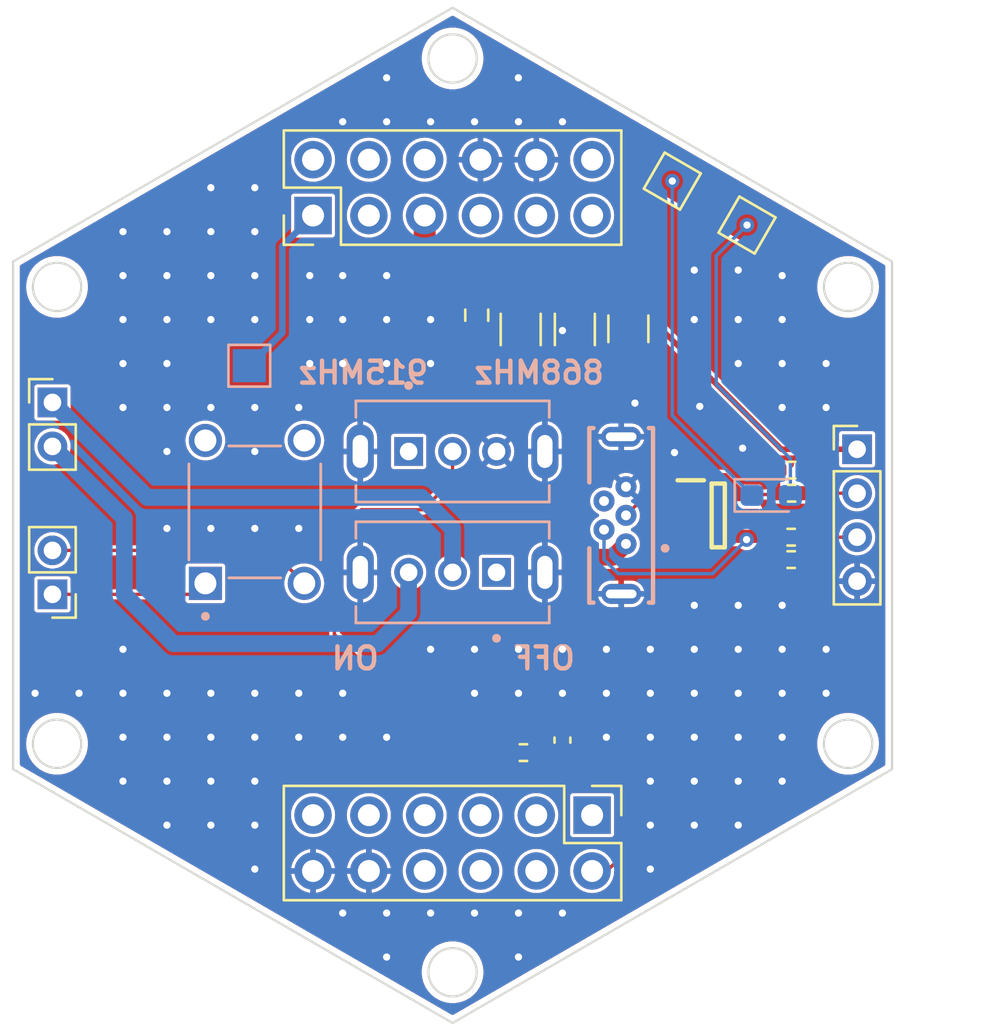
<source format=kicad_pcb>
(kicad_pcb (version 20221018) (generator pcbnew)
  (layers (0 "F.Cu" signal) (31 "B.Cu" signal) (34 "B.Paste" user) (35 "F.Paste" user) (36 "B.SilkS" user "B.Silkscreen") (37 "F.SilkS" user "F.Silkscreen") (38 "B.Mask" user) (39 "F.Mask" user) (44 "Edge.Cuts" user))
  (net 0 "")
  (net 1 "GND")
  (net 2 "/A2")
  (net 3 "+5V")
  (net 4 "/VBAT")
  (net 5 "/SDA")
  (net 6 "/SCL")
  (net 7 "/MOSI")
  (net 8 "/A3")
  (net 9 "/MISO")
  (net 10 "/D8")
  (net 11 "/SCK")
  (net 12 "/D2")
  (net 13 "/D4")
  (net 14 "/RXD")
  (net 15 "/A4")
  (net 16 "/D3")
  (net 17 "/D1")
  (net 18 "/D10")
  (net 19 "/USB+")
  (net 20 "/USB-")
  (net 21 "/A5")
  (net 22 "/D12")
  (net 23 "Net-(J4-Pin_1)")
  (net 24 "Net-(J4-Pin_2)")
  (net 25 "Net-(J5-Pin_1)")
  (net 26 "Net-(J5-Pin_2)")
  (net 27 "/TXD")
  (net 28 "Net-(J6-Pin_2)")
  (net 29 "Net-(J6-Pin_3)")
  (net 30 "Net-(J3-VCC)")
  (net 38 "/LORA_FREQ_SELECT")
  (net 39 "Net-(D1-K)")
  (net 40 "Net-(D1-A)")
  (footprint "Fuse:Fuse_1206_3216Metric_Pad1.42x1.75mm_HandSolder" (layer "F.Cu") (at 158.16 91.618621 -90)
    (fp_text reference "F1" hide)
    (fp_text value "Fuse_Small")
    (fp_line (start -0.602064 -0.91) (end 0.602064 -0.91) (stroke (width 0.12)) (layer "F.SilkS"))
    (fp_line (start -0.602064 0.91) (end 0.602064 0.91) (stroke (width 0.12)) (layer "F.SilkS"))
    (pad "1" smd roundrect (at -1.4875 0 270) (size 1.425 1.75) (layers "F.Cu" "F.Paste" "F.Mask") (roundrect_rratio 0.175439) (net 3 "+5V"))
    (pad "2" smd roundrect (at 1.4875 0 270) (size 1.425 1.75) (layers "F.Cu" "F.Paste" "F.Mask") (roundrect_rratio 0.175439) (net 30 "Net-(J3-VCC)"))
  )
  (footprint "Resistor_SMD:R_0402_1005Metric_Pad0.72x0.64mm_HandSolder" (layer "F.Cu") (at 165.5925 98.048621 180)
    (fp_text reference "R15" hide)
    (fp_text value "15K")
    (fp_line (start -0.167621 -0.38) (end 0.167621 -0.38) (stroke (width 0.12)) (layer "F.SilkS"))
    (fp_line (start -0.167621 0.38) (end 0.167621 0.38) (stroke (width 0.12)) (layer "F.SilkS"))
    (pad "1" smd roundrect (at -0.5975 0 180) (size 0.715 0.64) (layers "F.Cu" "F.Paste" "F.Mask") (net 1 "GND"))
    (pad "2" smd roundrect (at 0.5975 0 180) (size 0.715 0.64) (layers "F.Cu" "F.Paste" "F.Mask") (net 19 "/USB+"))
  )
  (footprint "TestPoint:TestPoint_Pad_1.5x1.5mm" (layer "F.Cu") (at 163.56 86.898621 150)
    (fp_text reference "TP3" hide)
    (fp_text value "TestPoint")
    (fp_line (start -0.95 -0.95) (end 0.95 -0.95) (stroke (width 0.12)) (layer "F.SilkS"))
    (fp_line (start -0.95 0.95) (end -0.95 -0.95) (stroke (width 0.12)) (layer "F.SilkS"))
    (fp_line (start 0.95 -0.95) (end 0.95 0.95) (stroke (width 0.12)) (layer "F.SilkS"))
    (fp_line (start 0.95 0.95) (end -0.95 0.95) (stroke (width 0.12)) (layer "F.SilkS"))
    (pad "1" smd rect (at 0 0 150) (size 1.5 1.5) (layers "F.Cu" "F.Mask") (net 40 "Net-(D1-A)"))
  )
  (footprint "Connector_PinHeader_2.54mm:PinHeader_2x06_P2.54mm_Vertical" (layer "F.Cu") (at 143.81 86.465599 90)
    (fp_text reference "J1" hide)
    (fp_text value "Conn_02x06_Odd_Even" hide)
    (fp_line (start -1.33 -1.33) (end 0 -1.33) (stroke (width 0.12)) (layer "F.SilkS"))
    (fp_line (start -1.33 0) (end -1.33 -1.33) (stroke (width 0.12)) (layer "F.SilkS"))
    (fp_line (start -1.33 1.27) (end -1.33 14.03) (stroke (width 0.12)) (layer "F.SilkS"))
    (fp_line (start -1.33 1.27) (end 1.27 1.27) (stroke (width 0.12)) (layer "F.SilkS"))
    (fp_line (start -1.33 14.03) (end 3.87 14.03) (stroke (width 0.12)) (layer "F.SilkS"))
    (fp_line (start 1.27 -1.33) (end 3.87 -1.33) (stroke (width 0.12)) (layer "F.SilkS"))
    (fp_line (start 1.27 1.27) (end 1.27 -1.33) (stroke (width 0.12)) (layer "F.SilkS"))
    (fp_line (start 3.87 -1.33) (end 3.87 14.03) (stroke (width 0.12)) (layer "F.SilkS"))
    (pad "1" thru_hole rect (at 0 0 90) (size 1.7 1.7) (drill 1) (layers "*.Cu" "*.Mask") (net 4 "/VBAT"))
    (pad "2" thru_hole oval (at 2.54 0 90) (size 1.7 1.7) (drill 1) (layers "*.Cu" "*.Mask") (net 10 "/D8"))
    (pad "3" thru_hole oval (at 0 2.54 90) (size 1.7 1.7) (drill 1) (layers "*.Cu" "*.Mask") (net 21 "/A5"))
    (pad "4" thru_hole oval (at 2.54 2.54 90) (size 1.7 1.7) (drill 1) (layers "*.Cu" "*.Mask") (net 8 "/A3"))
    (pad "5" thru_hole oval (at 0 5.08 90) (size 1.7 1.7) (drill 1) (layers "*.Cu" "*.Mask") (net 3 "+5V"))
    (pad "6" thru_hole oval (at 2.54 5.08 90) (size 1.7 1.7) (drill 1) (layers "*.Cu" "*.Mask") (net 2 "/A2"))
    (pad "7" thru_hole oval (at 0 7.62 90) (size 1.7 1.7) (drill 1) (layers "*.Cu" "*.Mask") (net 14 "/RXD"))
    (pad "8" thru_hole oval (at 2.54 7.62 90) (size 1.7 1.7) (drill 1) (layers "*.Cu" "*.Mask") (net 1 "GND"))
    (pad "9" thru_hole oval (at 0 10.16 90) (size 1.7 1.7) (drill 1) (layers "*.Cu" "*.Mask") (net 27 "/TXD"))
    (pad "10" thru_hole oval (at 2.54 10.16 90) (size 1.7 1.7) (drill 1) (layers "*.Cu" "*.Mask") (net 1 "GND"))
    (pad "11" thru_hole oval (at 0 12.7 90) (size 1.7 1.7) (drill 1) (layers "*.Cu" "*.Mask") (net 5 "/SDA"))
    (pad "12" thru_hole oval (at 2.54 12.7 90) (size 1.7 1.7) (drill 1) (layers "*.Cu" "*.Mask") (net 6 "/SCL"))
  )
  (footprint "Resistor_SMD:R_0402_1005Metric_Pad0.72x0.64mm_HandSolder" (layer "F.Cu") (at 165.57 102.118621 180)
    (fp_text reference "R14" hide)
    (fp_text value "15K")
    (fp_line (start -0.167621 -0.38) (end 0.167621 -0.38) (stroke (width 0.12)) (layer "F.SilkS"))
    (fp_line (start -0.167621 0.38) (end 0.167621 0.38) (stroke (width 0.12)) (layer "F.SilkS"))
    (pad "1" smd roundrect (at -0.5975 0 180) (size 0.715 0.64) (layers "F.Cu" "F.Paste" "F.Mask") (net 1 "GND"))
    (pad "2" smd roundrect (at 0.5975 0 180) (size 0.715 0.64) (layers "F.Cu" "F.Paste" "F.Mask") (net 20 "/USB-"))
  )
  (footprint "Resistor_SMD:R_0402_1005Metric_Pad0.72x0.64mm_HandSolder" (layer "F.Cu") (at 165.57 101.098621)
    (fp_text reference "R2" hide)
    (fp_text value "27")
    (fp_line (start -0.167621 -0.38) (end 0.167621 -0.38) (stroke (width 0.12)) (layer "F.SilkS"))
    (fp_line (start -0.167621 0.38) (end 0.167621 0.38) (stroke (width 0.12)) (layer "F.SilkS"))
    (pad "1" smd roundrect (at -0.5975 0) (size 0.715 0.64) (layers "F.Cu" "F.Paste" "F.Mask") (net 20 "/USB-"))
    (pad "2" smd roundrect (at 0.5975 0) (size 0.715 0.64) (layers "F.Cu" "F.Paste" "F.Mask") (net 29 "Net-(J6-Pin_3)"))
  )
  (footprint "Connector_PinHeader_2.54mm:PinHeader_2x06_P2.54mm_Vertical" (layer "F.Cu") (at 156.51 113.743621 -90)
    (fp_text reference "J2" hide)
    (fp_text value "Conn_02x06_Odd_Even" hide)
    (fp_line (start -1.33 -1.33) (end 0 -1.33) (stroke (width 0.12)) (layer "F.SilkS"))
    (fp_line (start -1.33 0) (end -1.33 -1.33) (stroke (width 0.12)) (layer "F.SilkS"))
    (fp_line (start -1.33 1.27) (end -1.33 14.03) (stroke (width 0.12)) (layer "F.SilkS"))
    (fp_line (start -1.33 1.27) (end 1.27 1.27) (stroke (width 0.12)) (layer "F.SilkS"))
    (fp_line (start -1.33 14.03) (end 3.87 14.03) (stroke (width 0.12)) (layer "F.SilkS"))
    (fp_line (start 1.27 -1.33) (end 3.87 -1.33) (stroke (width 0.12)) (layer "F.SilkS"))
    (fp_line (start 1.27 1.27) (end 1.27 -1.33) (stroke (width 0.12)) (layer "F.SilkS"))
    (fp_line (start 3.87 -1.33) (end 3.87 14.03) (stroke (width 0.12)) (layer "F.SilkS"))
    (pad "1" thru_hole rect (at 0 0 270) (size 1.7 1.7) (drill 1) (layers "*.Cu" "*.Mask") (net 22 "/D12"))
    (pad "2" thru_hole oval (at 2.54 0 270) (size 1.7 1.7) (drill 1) (layers "*.Cu" "*.Mask") (net 18 "/D10"))
    (pad "3" thru_hole oval (at 0 2.54 270) (size 1.7 1.7) (drill 1) (layers "*.Cu" "*.Mask") (net 7 "/MOSI"))
    (pad "4" thru_hole oval (at 2.54 2.54 270) (size 1.7 1.7) (drill 1) (layers "*.Cu" "*.Mask") (net 17 "/D1"))
    (pad "5" thru_hole oval (at 0 5.08 270) (size 1.7 1.7) (drill 1) (layers "*.Cu" "*.Mask") (net 11 "/SCK"))
    (pad "6" thru_hole oval (at 2.54 5.08 270) (size 1.7 1.7) (drill 1) (layers "*.Cu" "*.Mask") (net 16 "/D3"))
    (pad "7" thru_hole oval (at 0 7.62 270) (size 1.7 1.7) (drill 1) (layers "*.Cu" "*.Mask") (net 12 "/D2"))
    (pad "8" thru_hole oval (at 2.54 7.62 270) (size 1.7 1.7) (drill 1) (layers "*.Cu" "*.Mask") (net 15 "/A4"))
    (pad "9" thru_hole oval (at 0 10.16 270) (size 1.7 1.7) (drill 1) (layers "*.Cu" "*.Mask") (net 9 "/MISO"))
    (pad "10" thru_hole oval (at 2.54 10.16 270) (size 1.7 1.7) (drill 1) (layers "*.Cu" "*.Mask") (net 1 "GND"))
    (pad "11" thru_hole oval (at 0 12.7 270) (size 1.7 1.7) (drill 1) (layers "*.Cu" "*.Mask") (net 13 "/D4"))
    (pad "12" thru_hole oval (at 2.54 12.7 270) (size 1.7 1.7) (drill 1) (layers "*.Cu" "*.Mask") (net 1 "GND"))
  )
  (footprint "Capacitor_SMD:C_1206_3216Metric_Pad1.33x1.80mm_HandSolder" (layer "F.Cu") (at 153.26 91.648621 -90)
    (fp_text reference "C3" hide)
    (fp_text value "10uF")
    (fp_line (start -0.711252 -0.91) (end 0.711252 -0.91) (stroke (width 0.12)) (layer "F.SilkS"))
    (fp_line (start -0.711252 0.91) (end 0.711252 0.91) (stroke (width 0.12)) (layer "F.SilkS"))
    (pad "1" smd roundrect (at -1.5625 0 270) (size 1.325 1.8) (layers "F.Cu" "F.Paste" "F.Mask") (roundrect_rratio 0.188679) (net 3 "+5V"))
    (pad "2" smd roundrect (at 1.5625 0 270) (size 1.325 1.8) (layers "F.Cu" "F.Paste" "F.Mask") (roundrect_rratio 0.188679) (net 1 "GND"))
  )
  (footprint "Resistor_SMD:R_0603_1608Metric_Pad0.98x0.95mm_HandSolder" (layer "F.Cu") (at 151.26 90.998621 90)
    (fp_text reference "R4" hide)
    (fp_text value "1M")
    (fp_line (start -0.254724 -0.5225) (end 0.254724 -0.5225) (stroke (width 0.12)) (layer "F.SilkS"))
    (fp_line (start -0.254724 0.5225) (end 0.254724 0.5225) (stroke (width 0.12)) (layer "F.SilkS"))
    (pad "1" smd roundrect (at -0.9125 0 90) (size 0.975 0.95) (layers "F.Cu" "F.Paste" "F.Mask") (net 1 "GND"))
    (pad "2" smd roundrect (at 0.9125 0 90) (size 0.975 0.95) (layers "F.Cu" "F.Paste" "F.Mask") (net 3 "+5V"))
  )
  (footprint "Connector_PinHeader_2.00mm:PinHeader_1x02_P2.00mm_Vertical" (layer "F.Cu") (at 131.95 103.698621 180)
    (fp_text reference "J4" hide)
    (fp_text value "RESET")
    (fp_line (start -1.06 -1.06) (end 0 -1.06) (stroke (width 0.12)) (layer "F.SilkS"))
    (fp_line (start -1.06 0) (end -1.06 -1.06) (stroke (width 0.12)) (layer "F.SilkS"))
    (fp_line (start -1.06 1) (end -1.06 3.06) (stroke (width 0.12)) (layer "F.SilkS"))
    (fp_line (start -1.06 1) (end 1.06 1) (stroke (width 0.12)) (layer "F.SilkS"))
    (fp_line (start -1.06 3.06) (end 1.06 3.06) (stroke (width 0.12)) (layer "F.SilkS"))
    (fp_line (start 1.06 1) (end 1.06 3.06) (stroke (width 0.12)) (layer "F.SilkS"))
    (pad "1" thru_hole rect (at 0 0 180) (size 1.35 1.35) (drill 0.8) (layers "*.Cu" "*.Mask") (net 23 "Net-(J4-Pin_1)"))
    (pad "2" thru_hole oval (at 0 2 180) (size 1.35 1.35) (drill 0.8) (layers "*.Cu" "*.Mask") (net 24 "Net-(J4-Pin_2)"))
  )
  (footprint "TestPoint:TestPoint_Pad_1.5x1.5mm" (layer "F.Cu") (at 160.16 84.898621 150)
    (fp_text reference "TP2" hide)
    (fp_text value "TestPoint")
    (fp_line (start -0.95 -0.95) (end 0.95 -0.95) (stroke (width 0.12)) (layer "F.SilkS"))
    (fp_line (start -0.95 0.95) (end -0.95 -0.95) (stroke (width 0.12)) (layer "F.SilkS"))
    (fp_line (start 0.95 -0.95) (end 0.95 0.95) (stroke (width 0.12)) (layer "F.SilkS"))
    (fp_line (start 0.95 0.95) (end -0.95 0.95) (stroke (width 0.12)) (layer "F.SilkS"))
    (pad "1" smd rect (at 0 0 150) (size 1.5 1.5) (layers "F.Cu" "F.Mask") (net 39 "Net-(D1-K)"))
  )
  (footprint "Capacitor_SMD:C_0402_1005Metric_Pad0.74x0.62mm_HandSolder" (layer "F.Cu") (at 155.16 110.331121 90)
    (fp_text reference "C4" hide)
    (fp_text value "0.1uF")
    (fp_line (start -0.115835 -0.36) (end 0.115835 -0.36) (stroke (width 0.12)) (layer "F.SilkS"))
    (fp_line (start -0.115835 0.36) (end 0.115835 0.36) (stroke (width 0.12)) (layer "F.SilkS"))
    (pad "1" smd roundrect (at -0.5675 0 90) (size 0.735 0.62) (layers "F.Cu" "F.Paste" "F.Mask") (net 18 "/D10"))
    (pad "2" smd roundrect (at 0.5675 0 90) (size 0.735 0.62) (layers "F.Cu" "F.Paste" "F.Mask") (net 1 "GND"))
  )
  (footprint "Resistor_SMD:R_0402_1005Metric_Pad0.72x0.64mm_HandSolder" (layer "F.Cu") (at 153.385 110.898621 180)
    (fp_text reference "R3" hide)
    (fp_text value "330")
    (fp_line (start -0.167621 -0.38) (end 0.167621 -0.38) (stroke (width 0.12)) (layer "F.SilkS"))
    (fp_line (start -0.167621 0.38) (end 0.167621 0.38) (stroke (width 0.12)) (layer "F.SilkS"))
    (pad "1" smd roundrect (at -0.5975 0 180) (size 0.715 0.64) (layers "F.Cu" "F.Paste" "F.Mask") (net 18 "/D10"))
    (pad "2" smd roundrect (at 0.5975 0 180) (size 0.715 0.64) (layers "F.Cu" "F.Paste" "F.Mask") (net 38 "/LORA_FREQ_SELECT"))
  )
  (footprint "Resistor_SMD:R_0402_1005Metric_Pad0.72x0.64mm_HandSolder" (layer "F.Cu") (at 165.5925 99.098621)
    (fp_text reference "R1" hide)
    (fp_text value "27")
    (fp_line (start -0.167621 -0.38) (end 0.167621 -0.38) (stroke (width 0.12)) (layer "F.SilkS"))
    (fp_line (start -0.167621 0.38) (end 0.167621 0.38) (stroke (width 0.12)) (layer "F.SilkS"))
    (pad "1" smd roundrect (at -0.5975 0) (size 0.715 0.64) (layers "F.Cu" "F.Paste" "F.Mask") (net 19 "/USB+"))
    (pad "2" smd roundrect (at 0.5975 0) (size 0.715 0.64) (layers "F.Cu" "F.Paste" "F.Mask") (net 28 "Net-(J6-Pin_2)"))
  )
  (footprint "Connector_PinHeader_2.00mm:PinHeader_1x04_P2.00mm_Vertical" (layer "F.Cu") (at 168.57 97.098621)
    (fp_text reference "J6" hide)
    (fp_text value "Conn_01x04_Pin")
    (fp_line (start -1.06 -1.06) (end 0 -1.06) (stroke (width 0.12)) (layer "F.SilkS"))
    (fp_line (start -1.06 0) (end -1.06 -1.06) (stroke (width 0.12)) (layer "F.SilkS"))
    (fp_line (start -1.06 1) (end -1.06 7.06) (stroke (width 0.12)) (layer "F.SilkS"))
    (fp_line (start -1.06 1) (end 1.06 1) (stroke (width 0.12)) (layer "F.SilkS"))
    (fp_line (start -1.06 7.06) (end 1.06 7.06) (stroke (width 0.12)) (layer "F.SilkS"))
    (fp_line (start 1.06 1) (end 1.06 7.06) (stroke (width 0.12)) (layer "F.SilkS"))
    (pad "1" thru_hole rect (at 0 0) (size 1.35 1.35) (drill 0.8) (layers "*.Cu" "*.Mask") (net 3 "+5V"))
    (pad "2" thru_hole oval (at 0 2) (size 1.35 1.35) (drill 0.8) (layers "*.Cu" "*.Mask") (net 28 "Net-(J6-Pin_2)"))
    (pad "3" thru_hole oval (at 0 4) (size 1.35 1.35) (drill 0.8) (layers "*.Cu" "*.Mask") (net 29 "Net-(J6-Pin_3)"))
    (pad "4" thru_hole oval (at 0 6) (size 1.35 1.35) (drill 0.8) (layers "*.Cu" "*.Mask") (net 1 "GND"))
  )
  (footprint "SamacSys_Parts:SOT95P275X135-6N" (layer "F.Cu") (at 162.25 100.108621)
    (fp_text reference "U4" hide)
    (fp_text value "SN65220DBVR" hide)
    (fp_line (start -1.85 -1.6) (end -0.65 -1.6) (stroke (width 0.2)) (layer "F.SilkS"))
    (fp_line (start -0.3 -1.45) (end 0.3 -1.45) (stroke (width 0.2)) (layer "F.SilkS"))
    (fp_line (start -0.3 1.45) (end -0.3 -1.45) (stroke (width 0.2)) (layer "F.SilkS"))
    (fp_line (start 0.3 -1.45) (end 0.3 1.45) (stroke (width 0.2)) (layer "F.SilkS"))
    (fp_line (start 0.3 1.45) (end -0.3 1.45) (stroke (width 0.2)) (layer "F.SilkS"))
    (pad "1" smd rect (at -1.25 -0.95 90) (size 0.6 1.2) (layers "F.Cu" "F.Paste" "F.Mask"))
    (pad "2" smd rect (at -1.25 0 90) (size 0.6 1.2) (layers "F.Cu" "F.Paste" "F.Mask") (net 1 "GND"))
    (pad "3" smd rect (at -1.25 0.95 90) (size 0.6 1.2) (layers "F.Cu" "F.Paste" "F.Mask"))
    (pad "4" smd rect (at 1.25 0.95 90) (size 0.6 1.2) (layers "F.Cu" "F.Paste" "F.Mask") (net 20 "/USB-"))
    (pad "5" smd rect (at 1.25 0 90) (size 0.6 1.2) (layers "F.Cu" "F.Paste" "F.Mask") (net 1 "GND"))
    (pad "6" smd rect (at 1.25 -0.95 90) (size 0.6 1.2) (layers "F.Cu" "F.Paste" "F.Mask") (net 19 "/USB+"))
  )
  (footprint "Capacitor_SMD:C_1206_3216Metric_Pad1.33x1.80mm_HandSolder" (layer "F.Cu") (at 155.725 91.648621 -90)
    (fp_text reference "C2" hide)
    (fp_text value "10uF")
    (fp_line (start -0.711252 -0.91) (end 0.711252 -0.91) (stroke (width 0.12)) (layer "F.SilkS"))
    (fp_line (start -0.711252 0.91) (end 0.711252 0.91) (stroke (width 0.12)) (layer "F.SilkS"))
    (pad "1" smd roundrect (at -1.5625 0 270) (size 1.325 1.8) (layers "F.Cu" "F.Paste" "F.Mask") (roundrect_rratio 0.188679) (net 3 "+5V"))
    (pad "2" smd roundrect (at 1.5625 0 270) (size 1.325 1.8) (layers "F.Cu" "F.Paste" "F.Mask") (roundrect_rratio 0.188679) (net 1 "GND"))
  )
  (footprint "Connector_PinHeader_2.00mm:PinHeader_1x02_P2.00mm_Vertical" (layer "F.Cu") (at 131.95 94.968621)
    (fp_text reference "J5" hide)
    (fp_text value "RESET")
    (fp_line (start -1.06 -1.06) (end 0 -1.06) (stroke (width 0.12)) (layer "F.SilkS"))
    (fp_line (start -1.06 0) (end -1.06 -1.06) (stroke (width 0.12)) (layer "F.SilkS"))
    (fp_line (start -1.06 1) (end -1.06 3.06) (stroke (width 0.12)) (layer "F.SilkS"))
    (fp_line (start -1.06 1) (end 1.06 1) (stroke (width 0.12)) (layer "F.SilkS"))
    (fp_line (start -1.06 3.06) (end 1.06 3.06) (stroke (width 0.12)) (layer "F.SilkS"))
    (fp_line (start 1.06 1) (end 1.06 3.06) (stroke (width 0.12)) (layer "F.SilkS"))
    (pad "1" thru_hole rect (at 0 0) (size 1.35 1.35) (drill 0.8) (layers "*.Cu" "*.Mask") (net 25 "Net-(J5-Pin_1)"))
    (pad "2" thru_hole oval (at 0 2) (size 1.35 1.35) (drill 0.8) (layers "*.Cu" "*.Mask") (net 26 "Net-(J5-Pin_2)"))
  )
  (footprint "Mylib:SW_SS12D07VG4" (layer "B.Cu") (at 150.16 97.198621)
    (fp_text reference "S2" hide)
    (fp_text value "SS12D07VG4")
    (fp_line (start -4.4 -2.3) (end -4.4 -1.55) (stroke (width 0.127)) (layer "B.SilkS"))
    (fp_line (start -4.4 -2.3) (end 4.4 -2.3) (stroke (width 0.127)) (layer "B.SilkS"))
    (fp_line (start -4.4 2.3) (end -4.4 1.55) (stroke (width 0.127)) (layer "B.SilkS"))
    (fp_line (start 4.4 -2.3) (end 4.4 -1.55) (stroke (width 0.127)) (layer "B.SilkS"))
    (fp_line (start 4.4 2.3) (end -4.4 2.3) (stroke (width 0.127)) (layer "B.SilkS"))
    (fp_line (start 4.4 2.3) (end 4.4 1.55) (stroke (width 0.127)) (layer "B.SilkS"))
    (fp_circle (center -2 -3) (end -1.9 -3) (stroke (width 0.2)) (fill none) (layer "B.SilkS"))
    (pad "1" thru_hole rect (at -2 0) (size 1.308 1.308) (drill 0.8) (layers "*.Cu" "*.Mask"))
    (pad "2" thru_hole circle (at 0 0) (size 1.308 1.308) (drill 0.8) (layers "*.Cu" "*.Mask") (net 38 "/LORA_FREQ_SELECT"))
    (pad "3" thru_hole circle (at 2 0) (size 1.308 1.308) (drill 0.8) (layers "*.Cu" "*.Mask") (net 1 "GND"))
    (pad "S1" thru_hole oval (at -4.2 0) (size 1.23 2.46) (drill oval 0.7 1.5) (layers "*.Cu" "*.Mask") (net 1 "GND"))
    (pad "S2" thru_hole oval (at 4.2 0) (size 1.23 2.46) (drill oval 0.7 1.5) (layers "*.Cu" "*.Mask") (net 1 "GND"))
  )
  (footprint "TestPoint:TestPoint_Pad_1.5x1.5mm" (layer "B.Cu") (at 140.91 93.298621 180)
    (fp_text reference "TP1" hide)
    (fp_text value "TestPoint")
    (fp_line (start -0.95 -0.95) (end -0.95 0.95) (stroke (width 0.12)) (layer "B.SilkS"))
    (fp_line (start -0.95 0.95) (end 0.95 0.95) (stroke (width 0.12)) (layer "B.SilkS"))
    (fp_line (start 0.95 -0.95) (end -0.95 -0.95) (stroke (width 0.12)) (layer "B.SilkS"))
    (fp_line (start 0.95 0.95) (end 0.95 -0.95) (stroke (width 0.12)) (layer "B.SilkS"))
    (pad "1" smd rect (at 0 0 180) (size 1.5 1.5) (layers "B.Cu" "B.Mask") (net 4 "/VBAT"))
  )
  (footprint "Diode_SMD:D_0603_1608Metric_Pad1.05x0.95mm_HandSolder" (layer "B.Cu") (at 164.66 99.198621)
    (fp_text reference "D1" hide)
    (fp_text value "LED")
    (fp_line (start -1.66 -0.735) (end 0.8 -0.735) (stroke (width 0.12)) (layer "B.SilkS"))
    (fp_line (start -1.66 0.735) (end -1.66 -0.735) (stroke (width 0.12)) (layer "B.SilkS"))
    (fp_line (start 0.8 0.735) (end -1.66 0.735) (stroke (width 0.12)) (layer "B.SilkS"))
    (pad "1" smd roundrect (at -0.875 0) (size 1.05 0.95) (layers "B.Cu" "B.Paste" "B.Mask") (net 39 "Net-(D1-K)"))
    (pad "2" smd roundrect (at 0.875 0) (size 1.05 0.95) (layers "B.Cu" "B.Paste" "B.Mask") (net 40 "Net-(D1-A)"))
  )
  (footprint "Mylib:GCT_USB3131-30-0230-A_REVB" (layer "B.Cu") (at 157.8325 100.10461 90)
    (fp_text reference "J3" hide)
    (fp_text value "USB3131-30-0230-A_REVB")
    (fp_line (start -3.97 -1.45) (end -3.97 -1.26) (stroke (width 0.2)) (layer "B.SilkS"))
    (fp_line (start -3.97 -1.45) (end -1.5 -1.45) (stroke (width 0.2)) (layer "B.SilkS"))
    (fp_line (start -3.97 1.26) (end -3.97 1.45) (stroke (width 0.2)) (layer "B.SilkS"))
    (fp_line (start -3.97 1.45) (end 3.97 1.45) (stroke (width 0.2)) (layer "B.SilkS"))
    (fp_line (start 1.5 -1.45) (end 3.97 -1.45) (stroke (width 0.2)) (layer "B.SilkS"))
    (fp_line (start 3.97 -1.45) (end 3.97 -1.26) (stroke (width 0.2)) (layer "B.SilkS"))
    (fp_line (start 3.97 1.26) (end 3.97 1.45) (stroke (width 0.2)) (layer "B.SilkS"))
    (fp_circle (center -1.5 2) (end -1.4 2) (stroke (width 0.2)) (fill none) (layer "B.SilkS"))
    (pad "1" thru_hole circle (at -1.3 0.22 90) (size 0.958 0.958) (drill 0.45) (layers "*.Cu" "*.Mask") (net 30 "Net-(J3-VCC)"))
    (pad "2" thru_hole circle (at -0.65 -0.78 90) (size 0.958 0.958) (drill 0.45) (layers "*.Cu" "*.Mask") (net 20 "/USB-"))
    (pad "3" thru_hole circle (at 0 0.22 90) (size 0.958 0.958) (drill 0.45) (layers "*.Cu" "*.Mask") (net 19 "/USB+"))
    (pad "4" thru_hole circle (at 0.65 -0.78 90) (size 0.958 0.958) (drill 0.45) (layers "*.Cu" "*.Mask"))
    (pad "5" thru_hole circle (at 1.3 0.22 90) (size 0.958 0.958) (drill 0.45) (layers "*.Cu" "*.Mask") (net 1 "GND"))
    (pad "S1" thru_hole oval (at -3.575 0 90) (size 0.908 1.816) (drill oval 0.4 1.4) (layers "*.Cu" "*.Mask") (net 1 "GND"))
    (pad "S2" thru_hole oval (at 3.575 0 90) (size 0.908 1.816) (drill oval 0.4 1.4) (layers "*.Cu" "*.Mask") (net 1 "GND"))
  )
  (footprint "Mylib:SW_SS12D07VG4" (layer "B.Cu") (at 150.16 102.698621 180)
    (fp_text reference "S3" hide)
    (fp_text value "SS12D07VG4")
    (fp_line (start -4.4 -2.3) (end -4.4 -1.55) (stroke (width 0.127)) (layer "B.SilkS"))
    (fp_line (start -4.4 -2.3) (end 4.4 -2.3) (stroke (width 0.127)) (layer "B.SilkS"))
    (fp_line (start -4.4 2.3) (end -4.4 1.55) (stroke (width 0.127)) (layer "B.SilkS"))
    (fp_line (start 4.4 -2.3) (end 4.4 -1.55) (stroke (width 0.127)) (layer "B.SilkS"))
    (fp_line (start 4.4 2.3) (end -4.4 2.3) (stroke (width 0.127)) (layer "B.SilkS"))
    (fp_line (start 4.4 2.3) (end 4.4 1.55) (stroke (width 0.127)) (layer "B.SilkS"))
    (fp_circle (center -2 -3) (end -1.9 -3) (stroke (width 0.2)) (fill none) (layer "B.SilkS"))
    (pad "1" thru_hole rect (at -2 0 180) (size 1.308 1.308) (drill 0.8) (layers "*.Cu" "*.Mask"))
    (pad "2" thru_hole circle (at 0 0 180) (size 1.308 1.308) (drill 0.8) (layers "*.Cu" "*.Mask") (net 25 "Net-(J5-Pin_1)"))
    (pad "3" thru_hole circle (at 2 0 180) (size 1.308 1.308) (drill 0.8) (layers "*.Cu" "*.Mask") (net 26 "Net-(J5-Pin_2)"))
    (pad "S1" thru_hole oval (at -4.2 0 180) (size 1.23 2.46) (drill oval 0.7 1.5) (layers "*.Cu" "*.Mask") (net 1 "GND"))
    (pad "S2" thru_hole oval (at 4.2 0 180) (size 1.23 2.46) (drill oval 0.7 1.5) (layers "*.Cu" "*.Mask") (net 1 "GND"))
  )
  (footprint "Mylib:SW_TL1105F160Q" (layer "B.Cu") (at 141.16 99.948621 90)
    (fp_text reference "S1" hide)
    (fp_text value "TL1105F160Q")
    (fp_line (start -3 1.1825) (end -3 -1.1825) (stroke (width 0.127)) (layer "B.SilkS"))
    (fp_line (start -2.1825 -3) (end 2.1825 -3) (stroke (width 0.127)) (layer "B.SilkS"))
    (fp_line (start -2.1825 3) (end 2.1825 3) (stroke (width 0.127)) (layer "B.SilkS"))
    (fp_line (start 3 1.1825) (end 3 -1.1825) (stroke (width 0.127)) (layer "B.SilkS"))
    (fp_circle (center -4.75 -2.25) (end -4.65 -2.25) (stroke (width 0.2)) (fill none) (layer "B.SilkS"))
    (pad "1" thru_hole rect (at -3.25 -2.25 90) (size 1.508 1.508) (drill 1) (layers "*.Cu" "*.Mask") (net 23 "Net-(J4-Pin_1)"))
    (pad "2" thru_hole circle (at 3.25 -2.25 90) (size 1.508 1.508) (drill 1) (layers "*.Cu" "*.Mask"))
    (pad "3" thru_hole circle (at -3.25 2.25 90) (size 1.508 1.508) (drill 1) (layers "*.Cu" "*.Mask") (net 24 "Net-(J4-Pin_2)"))
    (pad "4" thru_hole circle (at 3.25 2.25 90) (size 1.508 1.508) (drill 1) (layers "*.Cu" "*.Mask"))
  )
  (gr_line (start 130.16 88.557605) (end 130.16 111.651615) (stroke (width 0.1)) (layer "Edge.Cuts"))
  (gr_circle (center 168.16 110.496915) (end 169.26 110.496915) (stroke (width 0.1)) (fill none) (layer "Edge.Cuts"))
  (gr_line (start 130.16 111.651615) (end 150.16 123.198621) (stroke (width 0.1)) (layer "Edge.Cuts"))
  (gr_circle (center 168.16 89.712305) (end 169.26 89.712305) (stroke (width 0.1)) (fill none) (layer "Edge.Cuts"))
  (gr_circle (center 132.16 89.712305) (end 133.26 89.712305) (stroke (width 0.1)) (fill none) (layer "Edge.Cuts"))
  (gr_line (start 150.16 77.010599) (end 130.16 88.557605) (stroke (width 0.1)) (layer "Edge.Cuts"))
  (gr_line (start 170.16 88.557605) (end 150.16 77.010599) (stroke (width 0.1)) (layer "Edge.Cuts"))
  (gr_circle (center 150.16 79.32) (end 151.26 79.32) (stroke (width 0.1)) (fill none) (layer "Edge.Cuts"))
  (gr_circle (center 150.16 120.88922) (end 151.26 120.88922) (stroke (width 0.1)) (fill none) (layer "Edge.Cuts"))
  (gr_line (start 170.16 111.651615) (end 170.16 88.557605) (stroke (width 0.1)) (layer "Edge.Cuts"))
  (gr_line (start 150.16 123.198621) (end 170.16 111.651615) (stroke (width 0.1)) (layer "Edge.Cuts"))
  (gr_circle (center 132.16 110.496915) (end 133.26 110.496915) (stroke (width 0.1)) (fill none) (layer "Edge.Cuts"))
  (gr_text "OFF" (at 155.835 107.198621) (layer "B.SilkS") (effects (font (size 1 1) (thickness 0.2) bold) (justify left bottom mirror)))
  (gr_text "ON" (at 146.91 107.198621) (layer "B.SilkS") (effects (font (size 1 1) (thickness 0.2) bold) (justify left bottom mirror)))
  (gr_text "915MHz" (at 149.16 94.198621) (layer "B.SilkS") (effects (font (size 1 1) (thickness 0.2) bold) (justify left bottom mirror)))
  (gr_text "868MHz" (at 157.16 94.198621) (layer "B.SilkS") (effects (font (size 1 1) (thickness 0.2) bold) (justify left bottom mirror)))
  (segment (start 163.5 100.108621) (end 164.64 100.108621) (width 0.254) (layer "F.Cu") (net 1))
  (segment (start 163.5 100.108621) (end 161 100.108621) (width 0.254) (layer "F.Cu") (net 1))
  (segment (start 161 100.108621) (end 159.84 100.108621) (width 0.254) (layer "F.Cu") (net 1))
  (via (at 155.16 91.698621) (size 0.6604) (drill 0.3302) (layers "F.Cu" "B.Cu") (net 1))
  (via (at 143.16 95.198621) (size 0.6604) (drill 0.3302) (layers "F.Cu" "B.Cu") (net 1))
  (via (at 159.16 116.198621) (size 0.6604) (drill 0.3302) (layers "F.Cu" "B.Cu") (net 1))
  (via (at 141.16 112.198621) (size 0.6604) (drill 0.3302) (layers "F.Cu" "B.Cu") (net 1))
  (via (at 161.16 108.198621) (size 0.6604) (drill 0.3302) (layers "F.Cu" "B.Cu") (net 1))
  (via (at 165.16 95.198621) (size 0.6604) (drill 0.3302) (layers "F.Cu" "B.Cu") (net 1))
  (via (at 151.16 82.198621) (size 0.6604) (drill 0.3302) (layers "F.Cu" "B.Cu") (net 1))
  (via (at 167.16 93.198621) (size 0.6604) (drill 0.3302) (layers "F.Cu" "B.Cu") (net 1))
  (via (at 147.16 93.198621) (size 0.6604) (drill 0.3302) (layers "F.Cu" "B.Cu") (net 1))
  (via (at 137.16 110.198621) (size 0.6604) (drill 0.3302) (layers "F.Cu" "B.Cu") (net 1))
  (via (at 141.16 114.198621) (size 0.6604) (drill 0.3302) (layers "F.Cu" "B.Cu") (net 1))
  (via (at 149.16 118.198621) (size 0.6604) (drill 0.3302) (layers "F.Cu" "B.Cu") (net 1))
  (via (at 163.16 110.198621) (size 0.6604) (drill 0.3302) (layers "F.Cu" "B.Cu") (net 1))
  (via (at 165.16 112.198621) (size 0.6604) (drill 0.3302) (layers "F.Cu" "B.Cu") (net 1))
  (via (at 135.16 112.198621) (size 0.6604) (drill 0.3302) (layers "F.Cu" "B.Cu") (net 1))
  (via (at 165.16 108.198621) (size 0.6604) (drill 0.3302) (layers "F.Cu" "B.Cu") (net 1))
  (via (at 139.16 108.198621) (size 0.6604) (drill 0.3302) (layers "F.Cu" "B.Cu") (net 1))
  (via (at 147.16 89.198621) (size 0.6604) (drill 0.3302) (layers "F.Cu" "B.Cu") (net 1))
  (via (at 143.66 93.198621) (size 0.6604) (drill 0.3302) (layers "F.Cu" "B.Cu") (net 1))
  (via (at 141.16 97.198621) (size 0.6604) (drill 0.3302) (layers "F.Cu" "B.Cu") (net 1))
  (via (at 139.16 87.198621) (size 0.6604) (drill 0.3302) (layers "F.Cu" "B.Cu") (net 1))
  (via (at 163.16 91.198621) (size 0.6604) (drill 0.3302) (layers "F.Cu" "B.Cu") (net 1))
  (via (at 135.16 89.198621) (size 0.6604) (drill 0.3302) (layers "F.Cu" "B.Cu") (net 1))
  (via (at 141.16 89.198621) (size 0.6604) (drill 0.3302) (layers "F.Cu" "B.Cu") (net 1))
  (via (at 139.16 114.198621) (size 0.6604) (drill 0.3302) (layers "F.Cu" "B.Cu") (net 1))
  (via (at 149.16 93.198621) (size 0.6604) (drill 0.3302) (layers "F.Cu" "B.Cu") (net 1))
  (via (at 155.16 118.198621) (size 0.6604) (drill 0.3302) (layers "F.Cu" "B.Cu") (net 1))
  (via (at 157.16 110.198621) (size 0.6604) (drill 0.3302) (layers "F.Cu" "B.Cu") (net 1))
  (via (at 145.16 91.198621) (size 0.6604) (drill 0.3302) (layers "F.Cu" "B.Cu") (net 1))
  (via (at 135.16 106.198621) (size 0.6604) (drill 0.3302) (layers "F.Cu" "B.Cu") (net 1))
  (via (at 137.16 89.198621) (size 0.6604) (drill 0.3302) (layers "F.Cu" "B.Cu") (net 1))
  (via (at 159.16 110.198621) (size 0.6604) (drill 0.3302) (layers "F.Cu" "B.Cu") (net 1))
  (via (at 135.16 95.198621) (size 0.6604) (drill 0.3302) (layers "F.Cu" "B.Cu") (net 1))
  (via (at 153.1543 80.19862) (size 0.6604) (drill 0.3302) (layers "F.Cu" "B.Cu") (net 1))
  (via (at 141.16 91.198621) (size 0.6604) (drill 0.3302) (layers "F.Cu" "B.Cu") (net 1))
  (via (at 161.16 114.198621) (size 0.6604) (drill 0.3302) (layers "F.Cu" "B.Cu") (net 1))
  (via (at 149.16 82.198621) (size 0.6604) (drill 0.3302) (layers "F.Cu" "B.Cu") (net 1))
  (via (at 165.16 91.198621) (size 0.6604) (drill 0.3302) (layers "F.Cu" "B.Cu") (net 1))
  (via (at 160.26 97.248621) (size 0.6604) (drill 0.3302) (layers "F.Cu" "B.Cu") (net 1))
  (via (at 147.16 118.198621) (size 0.6604) (drill 0.3302) (layers "F.Cu" "B.Cu") (net 1))
  (via (at 165.16 104.198621) (size 0.6604) (drill 0.3302) (layers "F.Cu" "B.Cu") (net 1))
  (via (at 145.16 93.198621) (size 0.6604) (drill 0.3302) (layers "F.Cu" "B.Cu") (net 1))
  (via (at 135.16 93.198621) (size 0.6604) (drill 0.3302) (layers "F.Cu" "B.Cu") (net 1))
  (via (at 135.16 108.198621) (size 0.6604) (drill 0.3302) (layers "F.Cu" "B.Cu") (net 1))
  (via (at 153.16 106.198621) (size 0.6604) (drill 0.3302) (layers "F.Cu" "B.Cu") (net 1))
  (via (at 161.16 110.198621) (size 0.6604) (drill 0.3302) (layers "F.Cu" "B.Cu") (net 1))
  (via (at 163.36 97.048621) (size 0.6604) (drill 0.3302) (layers "F.Cu" "B.Cu") (net 1))
  (via (at 137.16 112.198621) (size 0.6604) (drill 0.3302) (layers "F.Cu" "B.Cu") (net 1))
  (via (at 145.16 110.198621) (size 0.6604) (drill 0.3302) (layers "F.Cu" "B.Cu") (net 1))
  (via (at 147.16 80.198621) (size 0.6604) (drill 0.3302) (layers "F.Cu" "B.Cu") (net 1))
  (via (at 149.16 91.198621) (size 0.6604) (drill 0.3302) (layers "F.Cu" "B.Cu") (net 1))
  (via (at 131.16 108.198621) (size 0.6604) (drill 0.3302) (layers "F.Cu" "B.Cu") (net 1))
  (via (at 141.16 100.698621) (size 0.6604) (drill 0.3302) (layers "F.Cu" "B.Cu") (net 1))
  (via (at 139.16 100.698621) (size 0.6604) (drill 0.3302) (layers "F.Cu" "B.Cu") (net 1))
  (via (at 137.16 100.698621) (size 0.6604) (drill 0.3302) (layers "F.Cu" "B.Cu") (net 1))
  (via (at 141.16 110.198621) (size 0.6604) (drill 0.3302) (layers "F.Cu" "B.Cu") (net 1))
  (via (at 141.16 116.198621) (size 0.6604) (drill 0.3302) (layers "F.Cu" "B.Cu") (net 1))
  (via (at 139.16 85.198621) (size 0.6604) (drill 0.3302) (layers "F.Cu" "B.Cu") (net 1))
  (via (at 153.16 120.198621) (size 0.6604) (drill 0.3302) (layers "F.Cu" "B.Cu") (net 1))
  (via (at 137.16 108.198621) (size 0.6604) (drill 0.3302) (layers "F.Cu" "B.Cu") (net 1))
  (via (at 155.16 106.198621) (size 0.6604) (drill 0.3302) (layers "F.Cu" "B.Cu") (net 1))
  (via (at 139.16 110.198621) (size 0.6604) (drill 0.3302) (layers "F.Cu" "B.Cu") (net 1))
  (via (at 167.16 95.198621) (size 0.6604) (drill 0.3302) (layers "F.Cu" "B.Cu") (net 1))
  (via (at 143.66 89.198621) (size 0.6604) (drill 0.3302) (layers "F.Cu" "B.Cu") (net 1))
  (via (at 143.66 91.198621) (size 0.6604) (drill 0.3302) (layers "F.Cu" "B.Cu") (net 1))
  (via (at 165.16 89.198621) (size 0.6604) (drill 0.3302) (layers "F.Cu" "B.Cu") (net 1))
  (via (at 139.16 112.198621) (size 0.6604) (drill 0.3302) (layers "F.Cu" "B.Cu") (net 1))
  (via (at 151.16 106.198621) (size 0.6604) (drill 0.3302) (layers "F.Cu" "B.Cu") (net 1))
  (via (at 153.16 118.198621) (size 0.6604) (drill 0.3302) (layers "F.Cu" "B.Cu") (net 1))
  (via (at 147.16 120.198621) (size 0.6604) (drill 0.3302) (layers "F.Cu" "B.Cu") (net 1))
  (via (at 151.16 118.198621) (size 0.6604) (drill 0.3302) (layers "F.Cu" "B.Cu") (net 1))
  (via (at 149.16 106.198621) (size 0.6604) (drill 0.3302) (layers "F.Cu" "B.Cu") (net 1))
  (via (at 155.16 108.198621) (size 0.6604) (drill 0.3302) (layers "F.Cu" "B.Cu") (net 1))
  (via (at 145.16 82.198621) (size 0.6604) (drill 0.3302) (layers "F.Cu" "B.Cu") (net 1))
  (via (at 163.16 93.198621) (size 0.6604) (drill 0.3302) (layers "F.Cu" "B.Cu") (net 1))
  (via (at 158.46 94.998621) (size 0.6604) (drill 0.3302) (layers "F.Cu" "B.Cu") (net 1))
  (via (at 133.16 108.198621) (size 0.6604) (drill 0.3302) (layers "F.Cu" "B.Cu") (net 1))
  (via (at 145.16 118.198621) (size 0.6604) (drill 0.3302) (layers "F.Cu" "B.Cu") (net 1))
  (via (at 163.16 114.198621) (size 0.6604) (drill 0.3302) (layers "F.Cu" "B.Cu") (net 1))
  (via (at 165.16 93.198621) (size 0.6604) (drill 0.3302) (layers "F.Cu" "B.Cu") (net 1))
  (via (at 161.16 88.948621) (size 0.6604) (drill 0.3302) (layers "F.Cu" "B.Cu") (net 1))
  (via (at 167.16 106.198621) (size 0.6604) (drill 0.3302) (layers "F.Cu" "B.Cu") (net 1))
  (via (at 143.16 108.198621) (size 0.6604) (drill 0.3302) (layers "F.Cu" "B.Cu") (net 1))
  (via (at 165.16 106.198621) (size 0.6604) (drill 0.3302) (layers "F.Cu" "B.Cu") (net 1))
  (via (at 159.16 114.198621) (size 0.6604) (drill 0.3302) (layers "F.Cu" "B.Cu") (net 1))
  (via (at 147.16 91.198621) (size 0.6604) (drill 0.3302) (layers "F.Cu" "B.Cu") (net 1))
  (via (at 135.16 110.198621) (size 0.6604) (drill 0.3302) (layers "F.Cu" "B.Cu") (net 1))
  (via (at 139.16 95.198621) (size 0.6604) (drill 0.3302) (layers "F.Cu" "B.Cu") (net 1))
  (via (at 159.16 108.198621) (size 0.6604) (drill 0.3302) (layers "F.Cu" "B.Cu") (net 1))
  (via (at 165.16 110.198621) (size 0.6604) (drill 0.3302) (layers "F.Cu" "B.Cu") (net 1))
  (via (at 141.16 108.198621) (size 0.6604) (drill 0.3302) (layers "F.Cu" "B.Cu") (net 1))
  (via (at 163.16 104.198621) (size 0.6604) (drill 0.3302) (layers "F.Cu" "B.Cu") (net 1))
  (via (at 141.16 87.198621) (size 0.6604) (drill 0.3302) (layers "F.Cu" "B.Cu") (net 1))
  (via (at 137.16 97.198621) (size 0.6604) (drill 0.3302) (layers "F.Cu" "B.Cu") (net 1))
  (via (at 143.16 110.198621) (size 0.6604) (drill 0.3302) (layers "F.Cu" "B.Cu") (net 1))
  (via (at 141.16 95.198621) (size 0.6604) (drill 0.3302) (layers "F.Cu" "B.Cu") (net 1))
  (via (at 135.16 87.198621) (size 0.6604) (drill 0.3302) (layers "F.Cu" "B.Cu") (net 1))
  (via (at 141.16 85.198621) (size 0.6604) (drill 0.3302) (layers "F.Cu" "B.Cu") (net 1))
  (via (at 151.16 108.198621) (size 0.6604) (drill 0.3302) (layers "F.Cu" "B.Cu") (net 1))
  (via (at 137.16 93.198621) (size 0.6604) (drill 0.3302) (layers "F.Cu" "B.Cu") (net 1))
  (via (at 147.16 110.198621) (size 0.6604) (drill 0.3302) (layers "F.Cu" "B.Cu") (net 1))
  (via (at 161.16 106.198621) (size 0.6604) (drill 0.3302) (layers "F.Cu" "B.Cu") (net 1))
  (via (at 137.16 114.198621) (size 0.6604) (drill 0.3302) (layers "F.Cu" "B.Cu") (net 1))
  (via (at 157.16 106.198621) (size 0.6604) (drill 0.3302) (layers "F.Cu" "B.Cu") (net 1))
  (via (at 153.16 82.198621) (size 0.6604) (drill 0.3302) (layers "F.Cu" "B.Cu") (net 1))
  (via (at 159.16 106.198621) (size 0.6604) (drill 0.3302) (layers "F.Cu" "B.Cu") (net 1))
  (via (at 143.16 100.698621) (size 0.6604) (drill 0.3302) (layers "F.Cu" "B.Cu") (net 1))
  (via (at 137.16 91.198621) (size 0.6604) (drill 0.3302) (layers "F.Cu" "B.Cu") (net 1))
  (via (at 155.16 82.198621) (size 0.6604) (drill 0.3302) (layers "F.Cu" "B.Cu") (net 1))
  (via (at 161.16 112.198621) (size 0.6604) (drill 0.3302) (layers "F.Cu" "B.Cu") (net 1))
  (via (at 163.16 108.198621) (size 0.6604) (drill 0.3302) (layers "F.Cu" "B.Cu") (net 1))
  (via (at 167.16 108.198621) (size 0.6604) (drill 0.3302) (layers "F.Cu" "B.Cu") (net 1))
  (via (at 139.16 91.198621) (size 0.6604) (drill 0.3302) (layers "F.Cu" "B.Cu") (net 1))
  (via (at 161.16 104.198621) (size 0.6604) (drill 0.3302) (layers "F.Cu" "B.Cu") (net 1))
  (via (at 163.16 106.198621) (size 0.6604) (drill 0.3302) (layers "F.Cu" "B.Cu") (net 1))
  (via (at 147.16 82.198621) (size 0.6604) (drill 0.3302) (layers "F.Cu" "B.Cu") (net 1))
  (via (at 137.16 95.198621) (size 0.6604) (drill 0.3302) (layers "F.Cu" "B.Cu") (net 1))
  (via (at 153.16 108.198621) (size 0.6604) (drill 0.3302) (layers "F.Cu" "B.Cu") (net 1))
  (via (at 163.16 112.198621) (size 0.6604) (drill 0.3302) (layers "F.Cu" "B.Cu") (net 1))
  (via (at 145.16 108.198621) (size 0.6604) (drill 0.3302) (layers "F.Cu" "B.Cu") (net 1))
  (via (at 139.16 89.198621) (size 0.6604) (drill 0.3302) (layers "F.Cu" "B.Cu") (net 1))
  (via (at 145.16 89.198621) (size 0.6604) (drill 0.3302) (layers "F.Cu" "B.Cu") (net 1))
  (via (at 157.16 108.198621) (size 0.6604) (drill 0.3302) (layers "F.Cu" "B.Cu") (net 1))
  (via (at 137.16 87.198621) (size 0.6604) (drill 0.3302) (layers "F.Cu" "B.Cu") (net 1))
  (via (at 159.16 112.198621) (size 0.6604) (drill 0.3302) (layers "F.Cu" "B.Cu") (net 1))
  (via (at 161.16 91.198621) (size 0.6604) (drill 0.3302) (layers "F.Cu" "B.Cu") (net 1))
  (via (at 161.41 95.148621) (size 0.6604) (drill 0.3302) (layers "F.Cu" "B.Cu") (net 1))
  (via (at 135.16 91.198621) (size 0.6604) (drill 0.3302) (layers "F.Cu" "B.Cu") (net 1))
  (via (at 163.16 88.948621) (size 0.6604) (drill 0.3302) (layers "F.Cu" "B.Cu") (net 1))
  (segment (start 148.89 86.465599) (end 148.89 87.716121) (width 1) (layer "F.Cu") (net 3))
  (segment (start 153.26 90.086121) (end 155.725 90.086121) (width 1) (layer "F.Cu") (net 3))
  (segment (start 153.26 90.086121) (end 151.26 90.086121) (width 1) (layer "F.Cu") (net 3))
  (segment (start 155.725 90.086121) (end 158.115 90.086121) (width 1) (layer "F.Cu") (net 3))
  (segment (start 158.115 90.086121) (end 158.16 90.131121) (width 0.762) (layer "F.Cu") (net 3))
  (segment (start 165.1275 97.098621) (end 158.16 90.131121) (width 0.254) (layer "F.Cu") (net 3))
  (segment (start 168.57 97.098621) (end 165.1275 97.098621) (width 0.254) (layer "F.Cu") (net 3))
  (segment (start 148.89 87.716121) (end 151.26 90.086121) (width 1) (layer "F.Cu") (net 3))
  (segment (start 142.41 87.865599) (end 142.41 91.798621) (width 0.3) (layer "B.Cu") (net 4))
  (segment (start 143.81 86.465599) (end 142.41 87.865599) (width 0.3) (layer "B.Cu") (net 4))
  (segment (start 140.91 93.298621) (end 142.41 91.798621) (width 0.3) (layer "B.Cu") (net 4))
  (segment (start 156.51 116.283621) (end 157.185 116.283621) (width 0.1524) (layer "F.Cu") (net 18))
  (segment (start 155.16 110.898621) (end 153.9825 110.898621) (width 0.1524) (layer "F.Cu") (net 18))
  (segment (start 155.16 110.898621) (end 156.68 110.898621) (width 0.1524) (layer "F.Cu") (net 18))
  (segment (start 158.21 115.258621) (end 158.21 112.428621) (width 0.1524) (layer "F.Cu") (net 18))
  (segment (start 158.21 112.428621) (end 156.68 110.898621) (width 0.1524) (layer "F.Cu") (net 18))
  (segment (start 157.185 116.283621) (end 158.21 115.258621) (width 0.1524) (layer "F.Cu") (net 18))
  (segment (start 164.935 99.158621) (end 164.995 99.098621) (width 0.1524) (layer "F.Cu") (net 19))
  (segment (start 163.5 99.158621) (end 164.935 99.158621) (width 0.1524) (layer "F.Cu") (net 19))
  (segment (start 164.995 98.048621) (end 164.995 99.098621) (width 0.1524) (layer "F.Cu") (net 19))
  (segment (start 159.898489 98.258621) (end 162.6 98.258621) (width 0.1524) (layer "F.Cu") (net 19))
  (segment (start 162.6 98.258621) (end 163.5 99.158621) (width 0.1524) (layer "F.Cu") (net 19))
  (segment (start 158.0525 100.10461) (end 159.898489 98.258621) (width 0.1524) (layer "F.Cu") (net 19))
  (segment (start 164.9725 102.118621) (end 164.9725 101.098621) (width 0.1524) (layer "F.Cu") (net 20))
  (segment (start 164.9325 101.058621) (end 164.9725 101.098621) (width 0.1524) (layer "F.Cu") (net 20))
  (segment (start 163.5 101.058621) (end 164.9325 101.058621) (width 0.1524) (layer "F.Cu") (net 20))
  (via (at 163.54 101.208621) (size 0.6604) (drill 0.3302) (layers "F.Cu" "B.Cu") (net 20))
  (segment (start 157.7 102.758621) (end 161.99 102.758621) (width 0.1524) (layer "B.Cu") (net 20))
  (segment (start 157.0525 102.111121) (end 157.7 102.758621) (width 0.1524) (layer "B.Cu") (net 20))
  (segment (start 157.0525 100.75461) (end 157.0525 102.111121) (width 0.1524) (layer "B.Cu") (net 20))
  (segment (start 161.99 102.758621) (end 163.54 101.208621) (width 0.1524) (layer "B.Cu") (net 20))
  (segment (start 131.95 103.698621) (end 138.41 103.698621) (width 0.1524) (layer "F.Cu") (net 23))
  (segment (start 138.41 103.698621) (end 138.91 103.198621) (width 0.1524) (layer "F.Cu") (net 23))
  (segment (start 131.95 101.698621) (end 141.91 101.698621) (width 0.1524) (layer "F.Cu") (net 24))
  (segment (start 141.91 101.698621) (end 143.41 103.198621) (width 0.1524) (layer "F.Cu") (net 24))
  (segment (start 148.74 99.288621) (end 136.27 99.288621) (width 0.762) (layer "B.Cu") (net 25))
  (segment (start 150.16 100.708621) (end 148.74 99.288621) (width 0.762) (layer "B.Cu") (net 25))
  (segment (start 150.16 102.698621) (end 150.16 100.708621) (width 0.762) (layer "B.Cu") (net 25))
  (segment (start 136.27 99.288621) (end 131.95 94.968621) (width 0.762) (layer "B.Cu") (net 25))
  (segment (start 137.45 105.938621) (end 135.22 103.708621) (width 0.762) (layer "B.Cu") (net 26))
  (segment (start 148.16 102.698621) (end 148.16 104.528621) (width 0.762) (layer "B.Cu") (net 26))
  (segment (start 135.22 103.708621) (end 135.22 100.238621) (width 0.762) (layer "B.Cu") (net 26))
  (segment (start 146.75 105.938621) (end 137.45 105.938621) (width 0.762) (layer "B.Cu") (net 26))
  (segment (start 135.22 100.238621) (end 131.95 96.968621) (width 0.762) (layer "B.Cu") (net 26))
  (segment (start 148.16 104.528621) (end 146.75 105.938621) (width 0.762) (layer "B.Cu") (net 26))
  (segment (start 166.19 99.098621) (end 168.57 99.098621) (width 0.1524) (layer "F.Cu") (net 28))
  (segment (start 166.1675 101.098621) (end 168.57 101.098621) (width 0.1524) (layer "F.Cu") (net 29))
  (segment (start 158.16 93.106121) (end 155.66 95.606121) (width 0.762) (layer "F.Cu") (net 30))
  (segment (start 156.52 102.008621) (end 157.448489 102.008621) (width 0.762) (layer "F.Cu") (net 30))
  (segment (start 155.66 95.606121) (end 155.66 101.148621) (width 0.762) (layer "F.Cu") (net 30))
  (segment (start 155.66 101.148621) (end 156.52 102.008621) (width 0.762) (layer "F.Cu") (net 30))
  (segment (start 157.448489 102.008621) (end 158.0525 101.40461) (width 0.762) (layer "F.Cu") (net 30))
  (segment (start 150.16 98.498621) (end 150.16 97.198621) (width 0.1524) (layer "F.Cu") (net 38))
  (segment (start 152.7875 110.898621) (end 150.16 110.898621) (width 0.1524) (layer "F.Cu") (net 38))
  (segment (start 148.81 99.848621) (end 150.16 98.498621) (width 0.1524) (layer "F.Cu") (net 38))
  (segment (start 146.01 99.848621) (end 148.81 99.848621) (width 0.1524) (layer "F.Cu") (net 38))
  (segment (start 150.16 110.898621) (end 144.78 105.518621) (width 0.1524) (layer "F.Cu") (net 38))
  (segment (start 144.78 101.078621) (end 146.01 99.848621) (width 0.1524) (layer "F.Cu") (net 38))
  (segment (start 144.78 105.518621) (end 144.78 101.078621) (width 0.1524) (layer "F.Cu") (net 38))
  (via (at 160.16 84.898621) (size 0.6604) (drill 0.3302) (layers "F.Cu" "B.Cu") (net 39))
  (segment (start 160.16 95.573621) (end 163.785 99.198621) (width 0.1524) (layer "B.Cu") (net 39))
  (segment (start 160.16 91.598621) (end 160.16 84.898621) (width 0.1524) (layer "B.Cu") (net 39))
  (segment (start 160.16 91.598621) (end 160.16 95.573621) (width 0.1524) (layer "B.Cu") (net 39))
  (via (at 163.56 86.898621) (size 0.6604) (drill 0.3302) (layers "F.Cu" "B.Cu") (net 40))
  (segment (start 162.16 94.148621) (end 162.16 88.298621) (width 0.1524) (layer "B.Cu") (net 40))
  (segment (start 162.16 88.298621) (end 163.56 86.898621) (width 0.1524) (layer "B.Cu") (net 40))
  (segment (start 165.535 97.523621) (end 162.16 94.148621) (width 0.1524) (layer "B.Cu") (net 40))
  (segment (start 165.535 99.198621) (end 165.535 97.523621) (width 0.1524) (layer "B.Cu") (net 40))
  (zone (net 1) (net_name "GND") (layers "F&B.Cu") (connect_pads (clearance 0.1524)) (min_thickness 0.1778) (fill yes (thermal_gap 0.1524) (thermal_bridge_width 0.254))
    (polygon (pts (xy 130.16 77.198621) (xy 170.16 77.198621) (xy 170.16 123.198621) (xy 130.16 123.198621)))
  )
)
</source>
